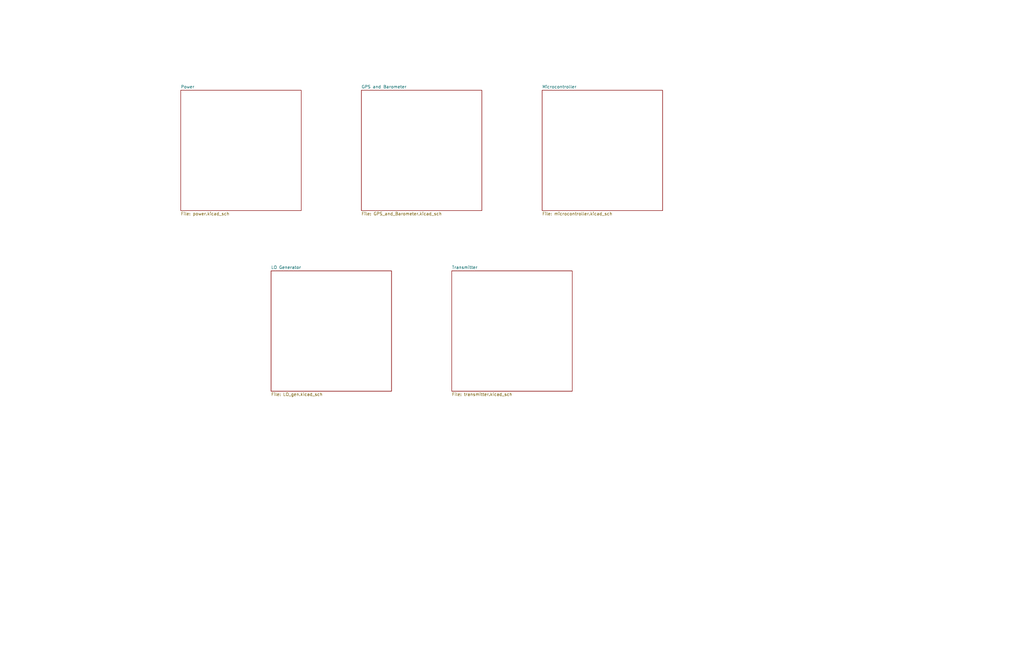
<source format=kicad_sch>
(kicad_sch (version 20230121) (generator eeschema)
  (paper "B")
  (title_block (title "High Altitude Balloon Payload - Cover Sheet") (date "2023-06-18") (rev "1.0") (company "© 2023 Adam Cordingley") (comment 1 "http://acordingley.us"))
  (lib_symbols)
  (sheet (at 76.2 38.1) (size 50.8 50.8) (stroke (width 0.1524))
    (property "Sheetname" "Power" (at 76.2 37.3884 0) (effects (justify left bottom)))
    (property "Sheetfile" "power.kicad_sch" (at 76.2 89.4846 0) (effects (justify left top)))
  )
  (sheet (at 190.5 114.3) (size 50.8 50.8) (stroke (width 0.1524))
    (property "Sheetname" "Transmitter" (at 190.5 113.5884 0) (effects (justify left bottom)))
    (property "Sheetfile" "transmitter.kicad_sch" (at 190.5 165.6846 0) (effects (justify left top)))
  )
  (sheet (at 152.4 38.1) (size 50.8 50.8) (stroke (width 0.1524))
    (property "Sheetname" "GPS and Barometer" (at 152.4 37.3884 0) (effects (justify left bottom)))
    (property "Sheetfile" "GPS_and_Barometer.kicad_sch" (at 152.4 89.4846 0) (effects (justify left top)))
  )
  (sheet (at 114.3 114.3) (size 50.8 50.8) (stroke (width 0.1524))
    (property "Sheetname" "LO Generator" (at 114.3 113.5884 0) (effects (justify left bottom)))
    (property "Sheetfile" "LO_gen.kicad_sch" (at 114.3 165.6846 0) (effects (justify left top)))
  )
  (sheet (at 228.6 38.1) (size 50.8 50.8) (stroke (width 0.1524))
    (property "Sheetname" "Microcontroller" (at 228.6 37.3884 0) (effects (justify left bottom)))
    (property "Sheetfile" "microcontroller.kicad_sch" (at 228.6 89.4846 0) (effects (justify left top)))
  )
)
</source>
